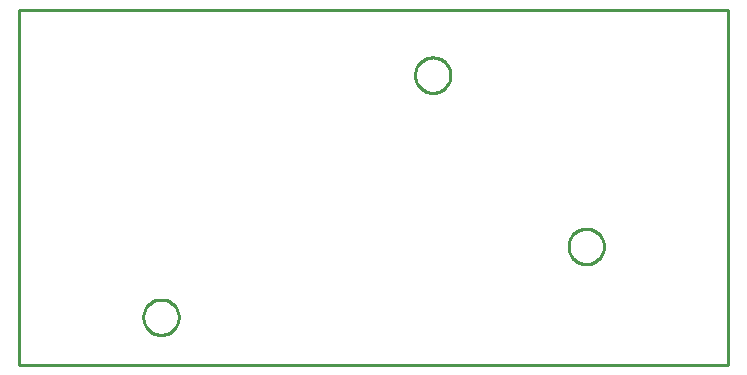
<source format=gbr>
G04 EAGLE Gerber RS-274X export*
G75*
%MOMM*%
%FSLAX34Y34*%
%LPD*%
%IN*%
%IPPOS*%
%AMOC8*
5,1,8,0,0,1.08239X$1,22.5*%
G01*
%ADD10C,0.254000*%


D10*
X0Y0D02*
X600000Y0D01*
X600000Y300000D01*
X0Y300000D01*
X0Y0D01*
X135000Y39464D02*
X134924Y38396D01*
X134771Y37335D01*
X134543Y36288D01*
X134241Y35260D01*
X133867Y34256D01*
X133422Y33281D01*
X132908Y32341D01*
X132329Y31440D01*
X131687Y30582D01*
X130985Y29772D01*
X130228Y29015D01*
X129418Y28313D01*
X128560Y27671D01*
X127659Y27092D01*
X126719Y26578D01*
X125744Y26133D01*
X124740Y25759D01*
X123712Y25457D01*
X122665Y25229D01*
X121604Y25076D01*
X120536Y25000D01*
X119464Y25000D01*
X118396Y25076D01*
X117335Y25229D01*
X116288Y25457D01*
X115260Y25759D01*
X114256Y26133D01*
X113281Y26578D01*
X112341Y27092D01*
X111440Y27671D01*
X110582Y28313D01*
X109772Y29015D01*
X109015Y29772D01*
X108313Y30582D01*
X107671Y31440D01*
X107092Y32341D01*
X106578Y33281D01*
X106133Y34256D01*
X105759Y35260D01*
X105457Y36288D01*
X105229Y37335D01*
X105076Y38396D01*
X105000Y39464D01*
X105000Y40536D01*
X105076Y41604D01*
X105229Y42665D01*
X105457Y43712D01*
X105759Y44740D01*
X106133Y45744D01*
X106578Y46719D01*
X107092Y47659D01*
X107671Y48560D01*
X108313Y49418D01*
X109015Y50228D01*
X109772Y50985D01*
X110582Y51687D01*
X111440Y52329D01*
X112341Y52908D01*
X113281Y53422D01*
X114256Y53867D01*
X115260Y54241D01*
X116288Y54543D01*
X117335Y54771D01*
X118396Y54924D01*
X119464Y55000D01*
X120536Y55000D01*
X121604Y54924D01*
X122665Y54771D01*
X123712Y54543D01*
X124740Y54241D01*
X125744Y53867D01*
X126719Y53422D01*
X127659Y52908D01*
X128560Y52329D01*
X129418Y51687D01*
X130228Y50985D01*
X130985Y50228D01*
X131687Y49418D01*
X132329Y48560D01*
X132908Y47659D01*
X133422Y46719D01*
X133867Y45744D01*
X134241Y44740D01*
X134543Y43712D01*
X134771Y42665D01*
X134924Y41604D01*
X135000Y40536D01*
X135000Y39464D01*
X365000Y244464D02*
X364924Y243396D01*
X364771Y242335D01*
X364543Y241288D01*
X364241Y240260D01*
X363867Y239256D01*
X363422Y238281D01*
X362908Y237341D01*
X362329Y236440D01*
X361687Y235582D01*
X360985Y234772D01*
X360228Y234015D01*
X359418Y233313D01*
X358560Y232671D01*
X357659Y232092D01*
X356719Y231578D01*
X355744Y231133D01*
X354740Y230759D01*
X353712Y230457D01*
X352665Y230229D01*
X351604Y230076D01*
X350536Y230000D01*
X349464Y230000D01*
X348396Y230076D01*
X347335Y230229D01*
X346288Y230457D01*
X345260Y230759D01*
X344256Y231133D01*
X343281Y231578D01*
X342341Y232092D01*
X341440Y232671D01*
X340582Y233313D01*
X339772Y234015D01*
X339015Y234772D01*
X338313Y235582D01*
X337671Y236440D01*
X337092Y237341D01*
X336578Y238281D01*
X336133Y239256D01*
X335759Y240260D01*
X335457Y241288D01*
X335229Y242335D01*
X335076Y243396D01*
X335000Y244464D01*
X335000Y245536D01*
X335076Y246604D01*
X335229Y247665D01*
X335457Y248712D01*
X335759Y249740D01*
X336133Y250744D01*
X336578Y251719D01*
X337092Y252659D01*
X337671Y253560D01*
X338313Y254418D01*
X339015Y255228D01*
X339772Y255985D01*
X340582Y256687D01*
X341440Y257329D01*
X342341Y257908D01*
X343281Y258422D01*
X344256Y258867D01*
X345260Y259241D01*
X346288Y259543D01*
X347335Y259771D01*
X348396Y259924D01*
X349464Y260000D01*
X350536Y260000D01*
X351604Y259924D01*
X352665Y259771D01*
X353712Y259543D01*
X354740Y259241D01*
X355744Y258867D01*
X356719Y258422D01*
X357659Y257908D01*
X358560Y257329D01*
X359418Y256687D01*
X360228Y255985D01*
X360985Y255228D01*
X361687Y254418D01*
X362329Y253560D01*
X362908Y252659D01*
X363422Y251719D01*
X363867Y250744D01*
X364241Y249740D01*
X364543Y248712D01*
X364771Y247665D01*
X364924Y246604D01*
X365000Y245536D01*
X365000Y244464D01*
X495000Y99464D02*
X494924Y98396D01*
X494771Y97335D01*
X494543Y96288D01*
X494241Y95260D01*
X493867Y94256D01*
X493422Y93281D01*
X492908Y92341D01*
X492329Y91440D01*
X491687Y90582D01*
X490985Y89772D01*
X490228Y89015D01*
X489418Y88313D01*
X488560Y87671D01*
X487659Y87092D01*
X486719Y86578D01*
X485744Y86133D01*
X484740Y85759D01*
X483712Y85457D01*
X482665Y85229D01*
X481604Y85076D01*
X480536Y85000D01*
X479464Y85000D01*
X478396Y85076D01*
X477335Y85229D01*
X476288Y85457D01*
X475260Y85759D01*
X474256Y86133D01*
X473281Y86578D01*
X472341Y87092D01*
X471440Y87671D01*
X470582Y88313D01*
X469772Y89015D01*
X469015Y89772D01*
X468313Y90582D01*
X467671Y91440D01*
X467092Y92341D01*
X466578Y93281D01*
X466133Y94256D01*
X465759Y95260D01*
X465457Y96288D01*
X465229Y97335D01*
X465076Y98396D01*
X465000Y99464D01*
X465000Y100536D01*
X465076Y101604D01*
X465229Y102665D01*
X465457Y103712D01*
X465759Y104740D01*
X466133Y105744D01*
X466578Y106719D01*
X467092Y107659D01*
X467671Y108560D01*
X468313Y109418D01*
X469015Y110228D01*
X469772Y110985D01*
X470582Y111687D01*
X471440Y112329D01*
X472341Y112908D01*
X473281Y113422D01*
X474256Y113867D01*
X475260Y114241D01*
X476288Y114543D01*
X477335Y114771D01*
X478396Y114924D01*
X479464Y115000D01*
X480536Y115000D01*
X481604Y114924D01*
X482665Y114771D01*
X483712Y114543D01*
X484740Y114241D01*
X485744Y113867D01*
X486719Y113422D01*
X487659Y112908D01*
X488560Y112329D01*
X489418Y111687D01*
X490228Y110985D01*
X490985Y110228D01*
X491687Y109418D01*
X492329Y108560D01*
X492908Y107659D01*
X493422Y106719D01*
X493867Y105744D01*
X494241Y104740D01*
X494543Y103712D01*
X494771Y102665D01*
X494924Y101604D01*
X495000Y100536D01*
X495000Y99464D01*
M02*

</source>
